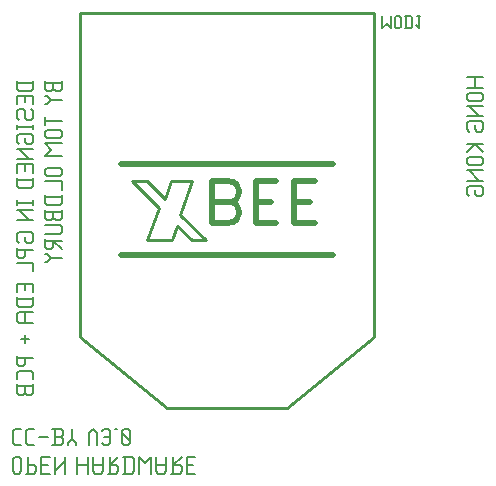
<source format=gbr>
G04 start of page 8 for group -4078 idx -4078 *
G04 Title: (unknown), bottomsilk *
G04 Creator: pcb 20091103 *
G04 CreationDate: Sun 30 Jan 2011 02:46:18 GMT UTC *
G04 For: thomas *
G04 Format: Gerber/RS-274X *
G04 PCB-Dimensions: 167323 163386 *
G04 PCB-Coordinate-Origin: lower left *
%MOIN*%
%FSLAX25Y25*%
%LNBACKSILK*%
%ADD11C,0.0100*%
%ADD13C,0.0200*%
%ADD41C,0.0060*%
G54D41*X6103Y136712D02*X11623D01*
X6103Y134642D02*X6793Y133952D01*
X10933D01*
X11623Y134642D02*X10933Y133952D01*
X11623Y134642D02*Y137402D01*
X6103Y134642D02*Y137402D01*
X8863Y130225D02*Y132295D01*
X11623Y129535D02*Y132295D01*
X6103D02*X11623D01*
X6103Y129535D02*Y132295D01*
Y125118D02*X6793Y124428D01*
X6103Y125118D02*Y127188D01*
X6793Y127878D02*X6103Y127188D01*
X6793Y127878D02*X8173D01*
X8863Y127188D01*
Y125118D02*Y127188D01*
Y125118D02*X9553Y124428D01*
X10933D01*
X11623Y125118D02*X10933Y124428D01*
X11623Y125118D02*Y127188D01*
X10933Y127878D02*X11623Y127188D01*
X6103Y121390D02*Y122770D01*
Y122080D02*X11623D01*
Y121390D02*Y122770D01*
X6103Y116973D02*X6793Y116283D01*
X6103Y116973D02*Y119043D01*
X6793Y119733D02*X6103Y119043D01*
X6793Y119733D02*X10933D01*
X11623Y119043D01*
Y116973D02*Y119043D01*
Y116973D02*X10933Y116283D01*
X9553D02*X10933D01*
X8863Y116973D02*X9553Y116283D01*
X8863Y116973D02*Y118353D01*
X6103Y114626D02*X11623D01*
X6103D02*X6793D01*
X10243Y111176D01*
X6103D02*X11623D01*
X8863Y107448D02*Y109518D01*
X11623Y106758D02*Y109518D01*
X6103D02*X11623D01*
X6103Y106758D02*Y109518D01*
Y104411D02*X11623D01*
X6103Y102341D02*X6793Y101651D01*
X10933D01*
X11623Y102341D02*X10933Y101651D01*
X11623Y102341D02*Y105101D01*
X6103Y102341D02*Y105101D01*
Y96129D02*Y97509D01*
Y96819D02*X11623D01*
Y96129D02*Y97509D01*
X6103Y94472D02*X11623D01*
X6103D02*X6793D01*
X10243Y91022D01*
X6103D02*X11623D01*
X6103Y84121D02*X6793Y83431D01*
X6103Y84121D02*Y86191D01*
X6793Y86881D02*X6103Y86191D01*
X6793Y86881D02*X10933D01*
X11623Y86191D01*
Y84121D02*Y86191D01*
Y84121D02*X10933Y83431D01*
X9553D02*X10933D01*
X8863Y84121D02*X9553Y83431D01*
X8863Y84121D02*Y85501D01*
X6103Y81083D02*X11623D01*
X6103Y79013D02*Y81773D01*
Y79013D02*X6793Y78323D01*
X8173D01*
X8863Y79013D02*X8173Y78323D01*
X8863Y79013D02*Y81083D01*
X6103Y76666D02*X11623D01*
Y73906D02*Y76666D01*
X8863Y67695D02*Y69765D01*
X11623Y67005D02*Y69765D01*
X6103D02*X11623D01*
X6103Y67005D02*Y69765D01*
Y64657D02*X11623D01*
X6103Y62587D02*X6793Y61897D01*
X10933D01*
X11623Y62587D02*X10933Y61897D01*
X11623Y62587D02*Y65347D01*
X6103Y62587D02*Y65347D01*
X6793Y60240D02*X11623D01*
X6793D02*X6103Y59550D01*
Y57480D02*Y59550D01*
Y57480D02*X6793Y56790D01*
X11623D01*
X8863D02*Y60240D01*
Y49888D02*Y52648D01*
X7483Y51268D02*X10243D01*
X6103Y45057D02*X11623D01*
X6103Y42987D02*Y45747D01*
Y42987D02*X6793Y42297D01*
X8173D01*
X8863Y42987D02*X8173Y42297D01*
X8863Y42987D02*Y45057D01*
X11623Y37880D02*Y39950D01*
X10933Y40640D02*X11623Y39950D01*
X6793Y40640D02*X10933D01*
X6793D02*X6103Y39950D01*
Y37880D02*Y39950D01*
X11623Y33462D02*Y36222D01*
Y33462D02*X10933Y32772D01*
X9553D02*X10933D01*
X8863Y33462D02*X9553Y32772D01*
X8863Y33462D02*Y35532D01*
X6103D02*X11623D01*
X6103Y33462D02*Y36222D01*
Y33462D02*X6793Y32772D01*
X8173D01*
X8863Y33462D02*X8173Y32772D01*
X21072Y134643D02*Y137403D01*
Y134643D02*X20382Y133953D01*
X19002D02*X20382D01*
X18312Y134643D02*X19002Y133953D01*
X18312Y134643D02*Y136713D01*
X15552D02*X21072D01*
X15552Y134643D02*Y137403D01*
Y134643D02*X16242Y133953D01*
X17622D01*
X18312Y134643D02*X17622Y133953D01*
X15552Y132296D02*X16242D01*
X17622Y130916D01*
X16242Y129536D01*
X15552D02*X16242D01*
X17622Y130916D02*X21072D01*
X15552Y122635D02*Y125395D01*
Y124015D02*X21072D01*
X16242Y120977D02*X20382D01*
X16242D02*X15552Y120287D01*
Y118907D02*Y120287D01*
Y118907D02*X16242Y118217D01*
X20382D01*
X21072Y118907D02*X20382Y118217D01*
X21072Y118907D02*Y120287D01*
X20382Y120977D02*X21072Y120287D01*
X15552Y116560D02*X21072D01*
X15552D02*X17622Y114490D01*
X15552Y112420D01*
X21072D01*
X16242Y108279D02*X20382D01*
X16242D02*X15552Y107589D01*
Y106209D02*Y107589D01*
Y106209D02*X16242Y105519D01*
X20382D01*
X21072Y106209D02*X20382Y105519D01*
X21072Y106209D02*Y107589D01*
X20382Y108279D02*X21072Y107589D01*
X15552Y103861D02*X21072D01*
Y101101D02*Y103861D01*
X15552Y98754D02*X21072D01*
X15552Y96684D02*X16242Y95994D01*
X20382D01*
X21072Y96684D02*X20382Y95994D01*
X21072Y96684D02*Y99444D01*
X15552Y96684D02*Y99444D01*
X21072Y91576D02*Y94336D01*
Y91576D02*X20382Y90886D01*
X19002D02*X20382D01*
X18312Y91576D02*X19002Y90886D01*
X18312Y91576D02*Y93646D01*
X15552D02*X21072D01*
X15552Y91576D02*Y94336D01*
Y91576D02*X16242Y90886D01*
X17622D01*
X18312Y91576D02*X17622Y90886D01*
X15552Y89229D02*X20382D01*
X21072Y88539D01*
Y87159D02*Y88539D01*
Y87159D02*X20382Y86469D01*
X15552D02*X20382D01*
X15552Y82052D02*Y84812D01*
Y82052D02*X16242Y81362D01*
X17622D01*
X18312Y82052D02*X17622Y81362D01*
X18312Y82052D02*Y84122D01*
X15552D02*X21072D01*
X18312D02*X21072Y81362D01*
X15552Y79704D02*X16242D01*
X17622Y78324D01*
X16242Y76944D01*
X15552D02*X16242D01*
X17622Y78324D02*X21072D01*
X4724Y7189D02*Y11329D01*
Y7189D02*X5414Y6499D01*
X6794D01*
X7484Y7189D01*
Y11329D01*
X6794Y12019D02*X7484Y11329D01*
X5414Y12019D02*X6794D01*
X4724Y11329D02*X5414Y12019D01*
X9831Y6499D02*Y12019D01*
X9141Y6499D02*X11901D01*
X12591Y7189D01*
Y8569D01*
X11901Y9259D02*X12591Y8569D01*
X9831Y9259D02*X11901D01*
X14248D02*X16318D01*
X14248Y12019D02*X17008D01*
X14248Y6499D02*Y12019D01*
Y6499D02*X17008D01*
X18666D02*Y12019D01*
Y6499D02*Y7189D01*
X22116Y10639D01*
Y6499D02*Y12019D01*
X26257Y6499D02*Y12019D01*
X29707Y6499D02*Y12019D01*
X26257Y9259D02*X29707D01*
X31364Y7189D02*Y12019D01*
Y7189D02*X32054Y6499D01*
X34124D01*
X34814Y7189D01*
Y12019D01*
X31364Y9259D02*X34814D01*
X36472Y6499D02*X39232D01*
X39922Y7189D01*
Y8569D01*
X39232Y9259D02*X39922Y8569D01*
X37162Y9259D02*X39232D01*
X37162Y6499D02*Y12019D01*
Y9259D02*X39922Y12019D01*
X42269Y6499D02*Y12019D01*
X44339Y6499D02*X45029Y7189D01*
Y11329D01*
X44339Y12019D02*X45029Y11329D01*
X41579Y12019D02*X44339D01*
X41579Y6499D02*X44339D01*
X46687D02*Y12019D01*
X48757Y9949D01*
X50827Y12019D01*
Y6499D02*Y12019D01*
X52484Y7189D02*Y12019D01*
Y7189D02*X53174Y6499D01*
X55244D01*
X55934Y7189D01*
Y12019D01*
X52484Y9259D02*X55934D01*
X57591Y6499D02*X60351D01*
X61041Y7189D01*
Y8569D01*
X60351Y9259D02*X61041Y8569D01*
X58281Y9259D02*X60351D01*
X58281Y6499D02*Y12019D01*
Y9259D02*X61041Y12019D01*
X62699Y9259D02*X64769D01*
X62699Y12019D02*X65459D01*
X62699Y6499D02*Y12019D01*
Y6499D02*X65459D01*
X5415Y21467D02*X7485D01*
X4725Y20777D02*X5415Y21467D01*
X4725Y16637D02*Y20777D01*
Y16637D02*X5415Y15947D01*
X7485D01*
X9832Y21467D02*X11902D01*
X9142Y20777D02*X9832Y21467D01*
X9142Y16637D02*Y20777D01*
Y16637D02*X9832Y15947D01*
X11902D01*
X13559Y18707D02*X16319D01*
X17977Y21467D02*X20737D01*
X21427Y20777D01*
Y19397D02*Y20777D01*
X20737Y18707D02*X21427Y19397D01*
X18667Y18707D02*X20737D01*
X18667Y15947D02*Y21467D01*
X17977Y15947D02*X20737D01*
X21427Y16637D01*
Y18017D01*
X20737Y18707D02*X21427Y18017D01*
X23084Y15947D02*Y16637D01*
X24464Y18017D01*
X25844Y16637D01*
Y15947D02*Y16637D01*
X24464Y18017D02*Y21467D01*
X29985Y15947D02*Y20087D01*
X31365Y21467D01*
X32745Y20087D01*
Y15947D02*Y20087D01*
X34403Y16637D02*X35093Y15947D01*
X36473D01*
X37163Y16637D01*
Y20777D01*
X36473Y21467D02*X37163Y20777D01*
X35093Y21467D02*X36473D01*
X34403Y20777D02*X35093Y21467D01*
Y18707D02*X37163D01*
X38820Y21467D02*X39510D01*
X41168Y20777D02*X41858Y21467D01*
X41168Y16637D02*Y20777D01*
Y16637D02*X41858Y15947D01*
X43238D01*
X43928Y16637D01*
Y20777D01*
X43238Y21467D02*X43928Y20777D01*
X41858Y21467D02*X43238D01*
X41168Y20087D02*X43928Y17327D01*
X156104Y138584D02*X161624D01*
X156104Y135134D02*X161624D01*
X158864D02*Y138584D01*
X156794Y133477D02*X160934D01*
X156794D02*X156104Y132787D01*
Y131407D02*Y132787D01*
Y131407D02*X156794Y130717D01*
X160934D01*
X161624Y131407D02*X160934Y130717D01*
X161624Y131407D02*Y132787D01*
X160934Y133477D02*X161624Y132787D01*
X156104Y129060D02*X161624D01*
X156104D02*X156794D01*
X160244Y125610D01*
X156104D02*X161624D01*
X156104Y121192D02*X156794Y120502D01*
X156104Y121192D02*Y123262D01*
X156794Y123952D02*X156104Y123262D01*
X156794Y123952D02*X160934D01*
X161624Y123262D01*
Y121192D02*Y123262D01*
Y121192D02*X160934Y120502D01*
X159554D02*X160934D01*
X158864Y121192D02*X159554Y120502D01*
X158864Y121192D02*Y122572D01*
X156104Y116361D02*X161624D01*
X158864D02*X156104Y113601D01*
X158864Y116361D02*X161624Y113601D01*
X156794Y111944D02*X160934D01*
X156794D02*X156104Y111254D01*
Y109874D02*Y111254D01*
Y109874D02*X156794Y109184D01*
X160934D01*
X161624Y109874D02*X160934Y109184D01*
X161624Y109874D02*Y111254D01*
X160934Y111944D02*X161624Y111254D01*
X156104Y107526D02*X161624D01*
X156104D02*X156794D01*
X160244Y104076D01*
X156104D02*X161624D01*
X156104Y99659D02*X156794Y98969D01*
X156104Y99659D02*Y101729D01*
X156794Y102419D02*X156104Y101729D01*
X156794Y102419D02*X160934D01*
X161624Y101729D01*
Y99659D02*Y101729D01*
Y99659D02*X160934Y98969D01*
X159554D02*X160934D01*
X158864Y99659D02*X159554Y98969D01*
X158864Y99659D02*Y101039D01*
G54D11*X27144Y159895D02*Y51920D01*
X56026Y28211D01*
X96246D01*
X125128Y51920D01*
Y159895D01*
X27144D01*
G54D13*X40703Y109801D02*X111569D01*
X40703Y79290D02*X111569D01*
G54D11*X44640Y103895D02*X53499Y95037D01*
X49562Y84211D01*
X57928D01*
X59404Y89132D01*
X64325Y84211D01*
X69247D01*
X60388Y92577D01*
X64325Y103895D01*
X57436D01*
X55467Y97990D01*
X49562Y103895D01*
X44640D01*
G54D13*X76628D02*X71117D01*
Y90116D01*
X76628D01*
X71117Y97005D02*X76628D01*
X92622Y103895D02*X85732D01*
Y90116D01*
X92622D01*
X85732Y97005D02*X90899D01*
X105417Y103895D02*X98527D01*
Y90116D01*
X105417D01*
X98527Y97005D02*X103695D01*
X76824Y90117D02*G75*G03X76824Y97005I0J3444D01*G01*
Y97006D02*G75*G03X76824Y103894I0J3444D01*G01*
G54D41*X127931Y154948D02*Y158948D01*
Y154948D02*X129431Y156448D01*
X130931Y154948D01*
Y158948D01*
X132132Y155448D02*Y158448D01*
Y155448D02*X132632Y154948D01*
X133632D01*
X134132Y155448D01*
Y158448D01*
X133632Y158948D02*X134132Y158448D01*
X132632Y158948D02*X133632D01*
X132132Y158448D02*X132632Y158948D01*
X135833Y154948D02*Y158948D01*
X137333Y154948D02*X137833Y155448D01*
Y158448D01*
X137333Y158948D02*X137833Y158448D01*
X135333Y158948D02*X137333D01*
X135333Y154948D02*X137333D01*
X139534Y158948D02*X140534D01*
X140034Y154948D02*Y158948D01*
X139034Y155948D02*X140034Y154948D01*
M02*

</source>
